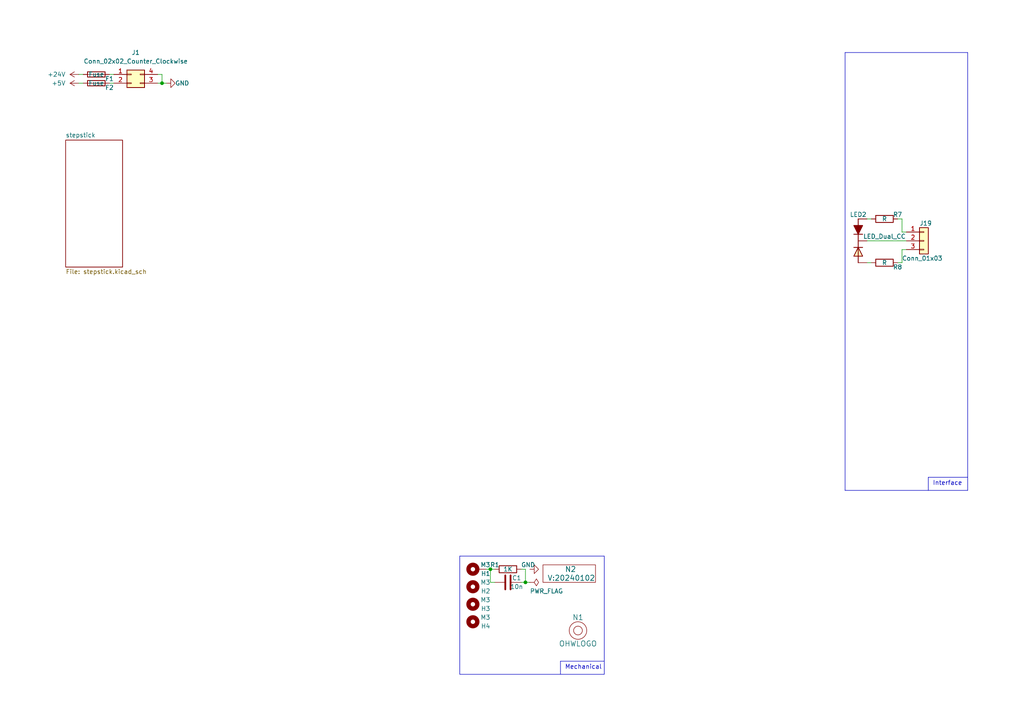
<source format=kicad_sch>
(kicad_sch (version 20230121) (generator eeschema)
  (paper "A4")
  (lib_symbols
    (symbol "Connector_Generic:Conn_01x03" (pin_names (offset 1.016) hide)
      (property "Reference" "J" (at 0 5.08 0))
      (property "Value" "Conn_01x03" (at 0 -5.08 0))
      (symbol "Conn_01x03_1_1"
        (rectangle (start -1.27 -2.413) (end 0 -2.667) (stroke (width 0.1524)))
        (rectangle (start -1.27 0.127) (end 0 -0.127) (stroke (width 0.1524)))
        (rectangle (start -1.27 2.667) (end 0 2.413) (stroke (width 0.1524)))
        (rectangle (start -1.27 3.81) (end 1.27 -3.81) (stroke (width 0.254)) (fill (type background)))
        (pin passive line (at -5.08 2.54 0) (length 3.81) (name "Pin_1") (number "1"))
        (pin passive line (at -5.08 0 0) (length 3.81) (name "Pin_2") (number "2"))
        (pin passive line (at -5.08 -2.54 0) (length 3.81) (name "Pin_3") (number "3"))
      )
    )
    (symbol "Connector_Generic:Conn_02x02_Counter_Clockwise" (pin_names (offset 1.016) hide)
      (property "Reference" "J" (at 1.27 2.54 0))
      (property "Value" "Conn_02x02_Counter_Clockwise" (at 1.27 -5.08 0))
      (symbol "Conn_02x02_Counter_Clockwise_1_1"
        (rectangle (start -1.27 -2.413) (end 0 -2.667) (stroke (width 0.1524)))
        (rectangle (start -1.27 0.127) (end 0 -0.127) (stroke (width 0.1524)))
        (rectangle (start -1.27 1.27) (end 3.81 -3.81) (stroke (width 0.254)) (fill (type background)))
        (rectangle (start 3.81 -2.413) (end 2.54 -2.667) (stroke (width 0.1524)))
        (rectangle (start 3.81 0.127) (end 2.54 -0.127) (stroke (width 0.1524)))
        (pin passive line (at -5.08 0 0) (length 3.81) (name "Pin_1") (number "1"))
        (pin passive line (at -5.08 -2.54 0) (length 3.81) (name "Pin_2") (number "2"))
        (pin passive line (at 7.62 -2.54 180) (length 3.81) (name "Pin_3") (number "3"))
        (pin passive line (at 7.62 0 180) (length 3.81) (name "Pin_4") (number "4"))
      )
    )
    (symbol "Device:C" (pin_numbers hide) (pin_names (offset 0.254))
      (property "Reference" "C" (at 0.635 2.54 0))
      (property "Value" "C" (at 0.635 -2.54 0))
      (symbol "C_0_1"
        (polyline (pts (xy -2.032 -0.762) (xy 2.032 -0.762)) (stroke (width 0.508)))
        (polyline (pts (xy -2.032 0.762) (xy 2.032 0.762)) (stroke (width 0.508)))
      )
      (symbol "C_1_1"
        (pin passive line (at 0 3.81 270) (length 2.794) (name "~") (number "1"))
        (pin passive line (at 0 -3.81 90) (length 2.794) (name "~") (number "2"))
      )
    )
    (symbol "Device:Fuse" (pin_numbers hide) (pin_names (offset 0))
      (property "Reference" "F" (at 2.032 0 90))
      (property "Value" "Fuse" (at -1.905 0 90))
      (symbol "Fuse_0_1"
        (rectangle (start -0.762 -2.54) (end 0.762 2.54) (stroke (width 0.254)))
        (polyline (pts (xy 0 2.54) (xy 0 -2.54)))
      )
      (symbol "Fuse_1_1"
        (pin passive line (at 0 3.81 270) (length 1.27) (name "~") (number "1"))
        (pin passive line (at 0 -3.81 90) (length 1.27) (name "~") (number "2"))
      )
    )
    (symbol "Device:R" (pin_numbers hide) (pin_names (offset 0))
      (property "Reference" "R" (at 2.032 0 90))
      (property "Value" "R" (at 0 0 90))
      (symbol "R_0_1"
        (rectangle (start -1.016 -2.54) (end 1.016 2.54) (stroke (width 0.254)))
      )
      (symbol "R_1_1"
        (pin passive line (at 0 3.81 270) (length 1.27) (name "~") (number "1"))
        (pin passive line (at 0 -3.81 90) (length 1.27) (name "~") (number "2"))
      )
    )
    (symbol "Mechanical:MountingHole" (pin_names (offset 1.016))
      (property "Reference" "H" (at 0 5.08 0))
      (property "Value" "MountingHole" (at 0 3.175 0))
      (symbol "MountingHole_0_1"
        (circle (center 0 0) (radius 1.27) (stroke (width 1.27)))
      )
    )
    (symbol "Mechanical:MountingHole_Pad" (pin_numbers hide) (pin_names (offset 1.016) hide)
      (property "Reference" "H" (at 0 6.35 0))
      (property "Value" "MountingHole_Pad" (at 0 4.445 0))
      (symbol "MountingHole_Pad_0_1"
        (circle (center 0 1.27) (radius 1.27) (stroke (width 1.27)))
      )
      (symbol "MountingHole_Pad_1_1"
        (pin input line (at 0 -2.54 90) (length 2.54) (name "1") (number "1"))
      )
    )
    (symbol "SquantorDevice:LED_Dual_CC" (pin_numbers hide) (pin_names hide)
      (property "Reference" "LED" (at 0 8.89 0))
      (property "Value" "LED_Dual_CC" (at 0 -8.89 0))
      (symbol "LED_Dual_CC_0_1"
        (polyline (pts (xy -1.27 -1.905) (xy 1.27 -1.905)) (stroke (width 0.254)))
        (polyline (pts (xy -1.27 1.905) (xy 1.27 1.905)) (stroke (width 0.254)))
        (polyline (pts (xy 0 6.35) (xy 0 -6.35)) (stroke (width 0.254)))
        (polyline (pts (xy 0 -1.905) (xy -1.27 -4.445) (xy 1.27 -4.445) (xy 0 -1.905)) (stroke (width 0.254)) (fill (type background)))
        (polyline (pts (xy 0 1.905) (xy 1.27 4.445) (xy -1.27 4.445) (xy 0 1.905)) (stroke (width 0.254)) (fill (type outline)))
      )
      (symbol "LED_Dual_CC_1_1"
        (pin passive line (at -2.54 6.35 0) (length 2.54) (name "A1") (number "1"))
        (pin passive line (at -2.54 0 0) (length 2.54) (name "C") (number "2"))
        (pin passive line (at -2.54 -6.35 0) (length 2.54) (name "A2") (number "3"))
      )
    )
    (symbol "SquantorLabels:OHWLOGO" (pin_names (offset 1.016))
      (property "Reference" "N" (at 0 3.81 0))
      (property "Value" "OHWLOGO" (at 0 -3.81 0))
      (symbol "OHWLOGO_0_1"
        (circle (center 0 0) (radius 1.27))
        (circle (center 0 0) (radius 2.54))
      )
    )
    (symbol "SquantorLabels:VYYYYMMDD" (pin_names (offset 1.016))
      (property "Reference" "N" (at 0 2.54 0))
      (property "Value" "VYYYYMMDD" (at 0 0 0))
      (symbol "VYYYYMMDD_0_1"
        (rectangle (start 7.62 -1.27) (end -7.62 3.81))
      )
    )
    (symbol "power:+24V" (power) (pin_names (offset 0))
      (property "Value" "+24V" (at 0 3.556 0))
      (symbol "+24V_0_1"
        (polyline (pts (xy -0.762 1.27) (xy 0 2.54)))
        (polyline (pts (xy 0 0) (xy 0 2.54)))
        (polyline (pts (xy 0 2.54) (xy 0.762 1.27)))
      )
      (symbol "+24V_1_1"
        (pin power_in line (at 0 0 90) (length 0) hide (name "+24V") (number "1"))
      )
    )
    (symbol "power:+5V" (power) (pin_names (offset 0))
      (property "Value" "+5V" (at 0 3.556 0))
      (symbol "+5V_0_1"
        (polyline (pts (xy -0.762 1.27) (xy 0 2.54)))
        (polyline (pts (xy 0 0) (xy 0 2.54)))
        (polyline (pts (xy 0 2.54) (xy 0.762 1.27)))
      )
      (symbol "+5V_1_1"
        (pin power_in line (at 0 0 90) (length 0) hide (name "+5V") (number "1"))
      )
    )
    (symbol "power:GND" (power) (pin_names (offset 0))
      (property "Value" "GND" (at 0 -3.81 0))
      (symbol "GND_0_1"
        (polyline (pts (xy 0 0) (xy 0 -1.27) (xy 1.27 -1.27) (xy 0 -2.54) (xy -1.27 -1.27) (xy 0 -1.27)))
      )
      (symbol "GND_1_1"
        (pin power_in line (at 0 0 270) (length 0) hide (name "GND") (number "1"))
      )
    )
    (symbol "power:PWR_FLAG" (power) (pin_numbers hide) (pin_names (offset 0) hide)
      (property "Value" "PWR_FLAG" (at 0 3.81 0))
      (symbol "PWR_FLAG_0_0"
        (pin power_out line (at 0 0 90) (length 0) (name "pwr") (number "1"))
      )
      (symbol "PWR_FLAG_0_1"
        (polyline (pts (xy 0 0) (xy 0 1.27) (xy -1.016 1.905) (xy 0 2.54) (xy 1.016 1.905) (xy 0 1.27)))
      )
    )
  )
  (junction (at 142.24 165.1))
  (junction (at 46.99 24.13))
  (junction (at 152.4 168.91))
  (wire (pts (xy 22.86 24.13) (xy 24.13 24.13)))
  (wire (pts (xy 46.99 21.59) (xy 46.99 24.13)))
  (wire (pts (xy 261.62 67.31) (xy 261.62 63.5)))
  (wire (pts (xy 152.4 168.91) (xy 153.67 168.91)))
  (polyline (pts (xy 269.24 138.43) (xy 269.24 142.24)))
  (polyline (pts (xy 162.56 195.58) (xy 162.56 191.77)))
  (polyline (pts (xy 245.11 142.24) (xy 280.67 142.24)))
  (wire (pts (xy 143.51 168.91) (xy 142.24 168.91)))
  (wire (pts (xy 261.62 76.2) (xy 261.62 72.39)))
  (wire (pts (xy 251.46 63.5) (xy 252.73 63.5)))
  (polyline (pts (xy 175.26 195.58) (xy 175.26 161.29)))
  (wire (pts (xy 260.35 76.2) (xy 261.62 76.2)))
  (wire (pts (xy 261.62 72.39) (xy 262.89 72.39)))
  (wire (pts (xy 142.24 165.1) (xy 143.51 165.1)))
  (polyline (pts (xy 280.67 138.43) (xy 269.24 138.43)))
  (polyline (pts (xy 280.67 15.24) (xy 245.11 15.24)))
  (wire (pts (xy 152.4 168.91) (xy 152.4 165.1)))
  (wire (pts (xy 45.72 24.13) (xy 46.99 24.13)))
  (wire (pts (xy 22.86 21.59) (xy 24.13 21.59)))
  (polyline (pts (xy 162.56 191.77) (xy 175.26 191.77)))
  (wire (pts (xy 251.46 76.2) (xy 252.73 76.2)))
  (wire (pts (xy 261.62 63.5) (xy 260.35 63.5)))
  (wire (pts (xy 142.24 168.91) (xy 142.24 165.1)))
  (polyline (pts (xy 133.35 161.29) (xy 133.35 195.58)))
  (wire (pts (xy 262.89 67.31) (xy 261.62 67.31)))
  (wire (pts (xy 251.46 69.85) (xy 262.89 69.85)))
  (wire (pts (xy 140.97 165.1) (xy 142.24 165.1)))
  (polyline (pts (xy 245.11 15.24) (xy 245.11 142.24)))
  (polyline (pts (xy 175.26 161.29) (xy 133.35 161.29)))
  (polyline (pts (xy 133.35 195.58) (xy 175.26 195.58)))
  (wire (pts (xy 151.13 168.91) (xy 152.4 168.91)))
  (wire (pts (xy 31.75 24.13) (xy 33.02 24.13)))
  (wire (pts (xy 45.72 21.59) (xy 46.99 21.59)))
  (wire (pts (xy 31.75 21.59) (xy 33.02 21.59)))
  (polyline (pts (xy 280.67 142.24) (xy 280.67 15.24)))
  (wire (pts (xy 151.13 165.1) (xy 152.4 165.1)))
  (wire (pts (xy 46.99 24.13) (xy 48.26 24.13)))
  (text "Interface" (at 270.51 140.97 0) (effects (font (size 1.27 1.27)) (justify left bottom)))
  (text "Mechanical" (at 163.83 194.31 0) (effects (font (size 1.27 1.27)) (justify left bottom)))
  (symbol (lib_id "SquantorLabels:OHWLOGO") (at 167.64 182.88 0) (unit 1)
    (property "Reference" "N1" (at 167.64 179.07 0) (effects (font (size 1.524 1.524))))
    (property "Value" "OHWLOGO" (at 167.64 186.69 0) (effects (font (size 1.524 1.524))))
    (property "Footprint" "Symbol:OSHW-Symbol_6.7x6mm_SilkScreen" (effects hide))
  )
  (symbol (lib_id "SquantorLabels:VYYYYMMDD") (at 165.1 167.64 0) (unit 1)
    (property "Reference" "N2" (at 163.83 165.1 0) (effects (font (size 1.524 1.524)) (justify left)))
    (property "Value" "V:20240102" (at 158.75 167.64 0) (effects (font (size 1.524 1.524)) (justify left)))
    (property "Footprint" "SquantorLabels:Label_Generic" (effects hide))
  )
  (symbol (lib_id "Mechanical:MountingHole_Pad") (at 138.43 165.1 90) (unit 1)
    (property "Reference" "H1" (at 142.24 166.37 90) (effects (justify left)))
    (property "Value" "M3" (at 142.24 163.83 90) (effects (justify left)))
    (property "Footprint" "SquantorPcbOutline:MountingHole_3.2mm_M3_Pad_Via" (effects hide))
  )
  (symbol (lib_id "Mechanical:MountingHole") (at 137.16 170.18 90) (unit 1)
    (property "Reference" "H2" (at 142.24 171.45 90) (effects (justify left)))
    (property "Value" "M3" (at 142.24 168.91 90) (effects (justify left)))
    (property "Footprint" "SquantorPcbOutline:MountingHole_3.2mm_M3_Pad_Via" (effects hide))
  )
  (symbol (lib_id "Mechanical:MountingHole") (at 137.16 175.26 90) (unit 1)
    (property "Reference" "H3" (at 142.24 176.53 90) (effects (justify left)))
    (property "Value" "M3" (at 142.24 173.99 90) (effects (justify left)))
    (property "Footprint" "SquantorPcbOutline:MountingHole_3.2mm_M3_Pad_Via" (effects hide))
  )
  (symbol (lib_id "Mechanical:MountingHole") (at 137.16 180.34 90) (unit 1)
    (property "Reference" "H4" (at 142.24 181.61 90) (effects (justify left)))
    (property "Value" "M3" (at 142.24 179.07 90) (effects (justify left)))
    (property "Footprint" "SquantorPcbOutline:MountingHole_3.2mm_M3_Pad_Via" (effects hide))
  )
  (symbol (lib_id "SquantorDevice:LED_Dual_CC") (at 248.92 69.85 0) (mirror y) (unit 1)
    (property "Reference" "LED2" (at 248.92 62.23 0))
    (property "Value" "LED_Dual_CC" (at 256.54 68.58 0))
    (property "Footprint" "SquantorDiodes:LED_DUAL_TH245_90deg" (effects hide))
  )
  (symbol (lib_id "Device:Fuse") (at 27.94 21.59 90) (unit 1)
    (property "Reference" "F1" (at 31.75 22.86 90))
    (property "Value" "Fuse" (at 27.94 21.59 90))
    (property "Footprint" "Fuse:Fuse_BelFuse_0ZRE0033FF_L11.4mm_W3.8mm" (effects hide))
  )
  (symbol (lib_id "Connector_Generic:Conn_02x02_Counter_Clockwise") (at 38.1 21.59 0) (unit 1)
    (property "Reference" "J1" (at 39.37 15.24 0))
    (property "Value" "Conn_02x02_Counter_Clockwise" (at 39.37 17.78 0))
    (property "Footprint" "Connector_Molex:Molex_Mini-Fit_Jr_5566-04A_2x02_P4.20mm_Vertical" (effects hide))
  )
  (symbol (lib_id "power:GND") (at 48.26 24.13 90) (mirror x) (unit 1)
    (property "Reference" "#PWR01" (effects hide))
    (property "Value" "GND" (at 50.8 24.13 90) (effects (justify right)))
  )
  (symbol (lib_id "power:PWR_FLAG") (at 153.67 168.91 270) (unit 1)
    (property "Reference" "#FLG01" (effects hide))
    (property "Value" "PWR_FLAG" (at 153.67 171.45 90) (effects (justify left)))
  )
  (symbol (lib_id "Device:R") (at 256.54 76.2 90) (unit 1)
    (property "Reference" "R8" (at 260.35 77.47 90))
    (property "Value" "R" (at 256.54 76.2 90))
    (property "Footprint" "SquantorRcl:R_0603_hand" (effects hide))
  )
  (symbol (lib_id "Device:C") (at 147.32 168.91 90) (unit 1)
    (property "Reference" "C1" (at 149.86 167.64 90))
    (property "Value" "10n" (at 149.86 170.18 90))
    (property "Footprint" "SquantorRcl:C_0805+0603" (effects hide))
  )
  (symbol (lib_id "Device:Fuse") (at 27.94 24.13 90) (unit 1)
    (property "Reference" "F2" (at 31.75 25.4 90))
    (property "Value" "Fuse" (at 27.94 24.13 90))
    (property "Footprint" "Fuse:Fuse_BelFuse_0ZRE0033FF_L11.4mm_W3.8mm" (effects hide))
  )
  (symbol (lib_id "power:+24V") (at 22.86 21.59 90) (unit 1)
    (property "Reference" "#PWR02" (effects hide))
    (property "Value" "+24V" (at 19.05 21.59 90) (effects (justify left)))
  )
  (symbol (lib_id "power:GND") (at 153.67 165.1 90) (mirror x) (unit 1)
    (property "Reference" "#PWR0128" (effects hide))
    (property "Value" "GND" (at 151.13 163.83 90) (effects (justify right)))
  )
  (symbol (lib_id "Connector_Generic:Conn_01x03") (at 267.97 69.85 0) (unit 1)
    (property "Reference" "J19" (at 266.7 64.77 0) (effects (justify left)))
    (property "Value" "Conn_01x03" (at 261.62 74.93 0) (effects (justify left)))
    (property "Footprint" "Connector_JST:JST_PH_B3B-PH-K_1x03_P2.00mm_Vertical" (effects hide))
  )
  (symbol (lib_id "power:+5V") (at 22.86 24.13 90) (unit 1)
    (property "Reference" "#PWR03" (effects hide))
    (property "Value" "+5V" (at 19.05 24.13 90) (effects (justify left)))
  )
  (symbol (lib_id "Device:R") (at 256.54 63.5 90) (unit 1)
    (property "Reference" "R7" (at 260.35 62.23 90))
    (property "Value" "R" (at 256.54 63.5 90))
    (property "Footprint" "SquantorRcl:R_0603_hand" (effects hide))
  )
  (symbol (lib_id "Device:R") (at 147.32 165.1 90) (unit 1)
    (property "Reference" "R1" (at 143.51 163.83 90))
    (property "Value" "1K" (at 147.32 165.1 90))
    (property "Footprint" "SquantorRcl:R_0805+0603" (effects hide))
  )
  (sheet (at 19.05 40.64) (size 16.51 36.83) (stroke (width 0.1524))
    (property "Sheetname" "stepstick" (at 19.05 39.9284 0) (effects (justify left bottom)))
    (property "Sheetfile" "stepstick.kicad_sch" (at 19.05 78.0546 0) (effects (justify left top)))
  )
)
</source>
